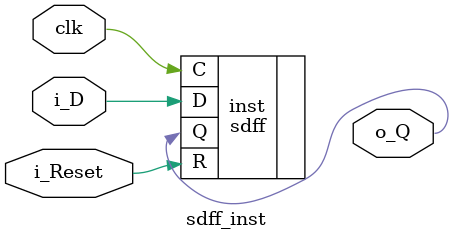
<source format=v>
                                   

`timescale 1ns / 1ps

module sdff_inst (
	input clk, //clock
	input i_Reset, //reset signal
	input i_D, //input to flop
	output o_Q  //output from flop
	);

//
// INSTANTIATIONS
//
	sdff inst(
		.D(i_D),
		.R(i_Reset),
		.C(clk),
		.Q(o_Q)
		);

endmodule
</source>
